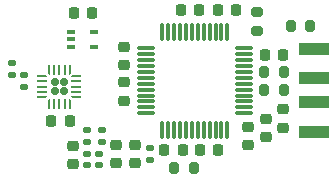
<source format=gbr>
%TF.GenerationSoftware,KiCad,Pcbnew,7.0.6*%
%TF.CreationDate,2023-08-02T13:54:48-07:00*%
%TF.ProjectId,ovrdrive,6f767264-7269-4766-952e-6b696361645f,rev?*%
%TF.SameCoordinates,Original*%
%TF.FileFunction,Paste,Top*%
%TF.FilePolarity,Positive*%
%FSLAX46Y46*%
G04 Gerber Fmt 4.6, Leading zero omitted, Abs format (unit mm)*
G04 Created by KiCad (PCBNEW 7.0.6) date 2023-08-02 13:54:48*
%MOMM*%
%LPD*%
G01*
G04 APERTURE LIST*
G04 Aperture macros list*
%AMRoundRect*
0 Rectangle with rounded corners*
0 $1 Rounding radius*
0 $2 $3 $4 $5 $6 $7 $8 $9 X,Y pos of 4 corners*
0 Add a 4 corners polygon primitive as box body*
4,1,4,$2,$3,$4,$5,$6,$7,$8,$9,$2,$3,0*
0 Add four circle primitives for the rounded corners*
1,1,$1+$1,$2,$3*
1,1,$1+$1,$4,$5*
1,1,$1+$1,$6,$7*
1,1,$1+$1,$8,$9*
0 Add four rect primitives between the rounded corners*
20,1,$1+$1,$2,$3,$4,$5,0*
20,1,$1+$1,$4,$5,$6,$7,0*
20,1,$1+$1,$6,$7,$8,$9,0*
20,1,$1+$1,$8,$9,$2,$3,0*%
%AMFreePoly0*
4,1,14,0.289644,0.110355,0.410355,-0.010356,0.425000,-0.045711,0.425000,-0.075000,0.410355,-0.110355,0.375000,-0.125000,-0.375000,-0.125000,-0.410355,-0.110355,-0.425000,-0.075000,-0.425000,0.075000,-0.410355,0.110355,-0.375000,0.125000,0.254289,0.125000,0.289644,0.110355,0.289644,0.110355,$1*%
%AMFreePoly1*
4,1,14,0.410355,0.110355,0.425000,0.075000,0.425000,0.045711,0.410355,0.010356,0.289644,-0.110355,0.254289,-0.125000,-0.375000,-0.125000,-0.410355,-0.110355,-0.425000,-0.075000,-0.425000,0.075000,-0.410355,0.110355,-0.375000,0.125000,0.375000,0.125000,0.410355,0.110355,0.410355,0.110355,$1*%
%AMFreePoly2*
4,1,14,0.110355,0.410355,0.125000,0.375000,0.125000,-0.375000,0.110355,-0.410355,0.075000,-0.425000,-0.075000,-0.425000,-0.110355,-0.410355,-0.125000,-0.375000,-0.125000,0.254289,-0.110355,0.289644,0.010356,0.410355,0.045711,0.425000,0.075000,0.425000,0.110355,0.410355,0.110355,0.410355,$1*%
%AMFreePoly3*
4,1,14,-0.010356,0.410355,0.110355,0.289644,0.125000,0.254289,0.125000,-0.375000,0.110355,-0.410355,0.075000,-0.425000,-0.075000,-0.425000,-0.110355,-0.410355,-0.125000,-0.375000,-0.125000,0.375000,-0.110355,0.410355,-0.075000,0.425000,-0.045711,0.425000,-0.010356,0.410355,-0.010356,0.410355,$1*%
%AMFreePoly4*
4,1,14,0.410355,0.110355,0.425000,0.075000,0.425000,-0.075000,0.410355,-0.110355,0.375000,-0.125000,-0.254289,-0.125000,-0.289644,-0.110355,-0.410355,0.010356,-0.425000,0.045711,-0.425000,0.075000,-0.410355,0.110355,-0.375000,0.125000,0.375000,0.125000,0.410355,0.110355,0.410355,0.110355,$1*%
%AMFreePoly5*
4,1,14,0.410355,0.110355,0.425000,0.075000,0.425000,-0.075000,0.410355,-0.110355,0.375000,-0.125000,-0.375000,-0.125000,-0.410355,-0.110355,-0.425000,-0.075000,-0.425000,-0.045711,-0.410355,-0.010356,-0.289644,0.110355,-0.254289,0.125000,0.375000,0.125000,0.410355,0.110355,0.410355,0.110355,$1*%
%AMFreePoly6*
4,1,14,0.110355,0.410355,0.125000,0.375000,0.125000,-0.254289,0.110355,-0.289644,-0.010356,-0.410355,-0.045711,-0.425000,-0.075000,-0.425000,-0.110355,-0.410355,-0.125000,-0.375000,-0.125000,0.375000,-0.110355,0.410355,-0.075000,0.425000,0.075000,0.425000,0.110355,0.410355,0.110355,0.410355,$1*%
%AMFreePoly7*
4,1,14,0.110355,0.410355,0.125000,0.375000,0.125000,-0.375000,0.110355,-0.410355,0.075000,-0.425000,0.045711,-0.425000,0.010356,-0.410355,-0.110355,-0.289644,-0.125000,-0.254289,-0.125000,0.375000,-0.110355,0.410355,-0.075000,0.425000,0.075000,0.425000,0.110355,0.410355,0.110355,0.410355,$1*%
G04 Aperture macros list end*
%ADD10RoundRect,0.218750X0.256250X-0.218750X0.256250X0.218750X-0.256250X0.218750X-0.256250X-0.218750X0*%
%ADD11RoundRect,0.225000X0.225000X0.250000X-0.225000X0.250000X-0.225000X-0.250000X0.225000X-0.250000X0*%
%ADD12RoundRect,0.147500X0.172500X-0.147500X0.172500X0.147500X-0.172500X0.147500X-0.172500X-0.147500X0*%
%ADD13RoundRect,0.225000X-0.225000X-0.250000X0.225000X-0.250000X0.225000X0.250000X-0.225000X0.250000X0*%
%ADD14RoundRect,0.200000X0.200000X0.275000X-0.200000X0.275000X-0.200000X-0.275000X0.200000X-0.275000X0*%
%ADD15RoundRect,0.225000X-0.250000X0.225000X-0.250000X-0.225000X0.250000X-0.225000X0.250000X0.225000X0*%
%ADD16RoundRect,0.135000X-0.185000X0.135000X-0.185000X-0.135000X0.185000X-0.135000X0.185000X0.135000X0*%
%ADD17R,2.500000X1.100000*%
%ADD18R,0.650000X0.400000*%
%ADD19RoundRect,0.225000X0.250000X-0.225000X0.250000X0.225000X-0.250000X0.225000X-0.250000X-0.225000X0*%
%ADD20RoundRect,0.200000X-0.275000X0.200000X-0.275000X-0.200000X0.275000X-0.200000X0.275000X0.200000X0*%
%ADD21RoundRect,0.135000X0.185000X-0.135000X0.185000X0.135000X-0.185000X0.135000X-0.185000X-0.135000X0*%
%ADD22RoundRect,0.160000X-0.160000X-0.160000X0.160000X-0.160000X0.160000X0.160000X-0.160000X0.160000X0*%
%ADD23FreePoly0,0.000000*%
%ADD24RoundRect,0.062500X-0.362500X-0.062500X0.362500X-0.062500X0.362500X0.062500X-0.362500X0.062500X0*%
%ADD25FreePoly1,0.000000*%
%ADD26FreePoly2,0.000000*%
%ADD27RoundRect,0.062500X-0.062500X-0.362500X0.062500X-0.362500X0.062500X0.362500X-0.062500X0.362500X0*%
%ADD28FreePoly3,0.000000*%
%ADD29FreePoly4,0.000000*%
%ADD30FreePoly5,0.000000*%
%ADD31FreePoly6,0.000000*%
%ADD32FreePoly7,0.000000*%
%ADD33RoundRect,0.075000X-0.075000X0.662500X-0.075000X-0.662500X0.075000X-0.662500X0.075000X0.662500X0*%
%ADD34RoundRect,0.075000X-0.662500X0.075000X-0.662500X-0.075000X0.662500X-0.075000X0.662500X0.075000X0*%
G04 APERTURE END LIST*
D10*
%TO.C,D1*%
X124200000Y-108812500D03*
X124200000Y-110387500D03*
%TD*%
D11*
%TO.C,C17*%
X129675000Y-97400000D03*
X128125000Y-97400000D03*
%TD*%
D12*
%TO.C,D3*%
X121200000Y-109605000D03*
X121200000Y-110575000D03*
%TD*%
D13*
%TO.C,C7*%
X131225000Y-97400000D03*
X132775000Y-97400000D03*
%TD*%
D11*
%TO.C,C18*%
X120575000Y-97700000D03*
X119025000Y-97700000D03*
%TD*%
D14*
%TO.C,R4*%
X136825000Y-102700000D03*
X135175000Y-102700000D03*
%TD*%
%TO.C,R5*%
X139050000Y-98800000D03*
X137400000Y-98800000D03*
%TD*%
D15*
%TO.C,C6*%
X135300000Y-106625000D03*
X135300000Y-108175000D03*
%TD*%
D16*
%TO.C,R7*%
X114800000Y-102890000D03*
X114800000Y-103910000D03*
%TD*%
D17*
%TO.C,J1*%
X139350000Y-100700000D03*
X139350000Y-103200000D03*
X139350000Y-105200000D03*
X139350000Y-107700000D03*
%TD*%
D15*
%TO.C,C10*%
X123300000Y-105075000D03*
X123300000Y-103525000D03*
%TD*%
D18*
%TO.C,U4*%
X118850000Y-99250000D03*
X118850000Y-99900000D03*
X118850000Y-100550000D03*
X120750000Y-100550000D03*
X120750000Y-99250000D03*
%TD*%
D11*
%TO.C,C8*%
X126725000Y-109300000D03*
X128275000Y-109300000D03*
%TD*%
D19*
%TO.C,C3*%
X119000000Y-108915000D03*
X119000000Y-110465000D03*
%TD*%
D12*
%TO.C,D2*%
X120200000Y-110575000D03*
X120200000Y-109605000D03*
%TD*%
D15*
%TO.C,C9*%
X136800000Y-105825000D03*
X136800000Y-107375000D03*
%TD*%
D16*
%TO.C,R9*%
X125500000Y-110110000D03*
X125500000Y-109090000D03*
%TD*%
D14*
%TO.C,R3*%
X136825000Y-104200000D03*
X135175000Y-104200000D03*
%TD*%
D20*
%TO.C,R10*%
X134600000Y-97575000D03*
X134600000Y-99225000D03*
%TD*%
D19*
%TO.C,C14*%
X122600000Y-110375000D03*
X122600000Y-108825000D03*
%TD*%
D11*
%TO.C,C4*%
X117150000Y-106800000D03*
X118700000Y-106800000D03*
%TD*%
D13*
%TO.C,C12*%
X129725000Y-109300000D03*
X131275000Y-109300000D03*
%TD*%
D21*
%TO.C,R1*%
X120200000Y-108600000D03*
X120200000Y-107580000D03*
%TD*%
%TO.C,R2*%
X121400000Y-108600000D03*
X121400000Y-107580000D03*
%TD*%
D22*
%TO.C,U3*%
X117425000Y-103500000D03*
X117425000Y-104300000D03*
X118225000Y-103500000D03*
X118225000Y-104300000D03*
D23*
X116375000Y-103000000D03*
D24*
X116375000Y-103450000D03*
X116375000Y-103900000D03*
X116375000Y-104350000D03*
D25*
X116375000Y-104800000D03*
D26*
X116925000Y-105350000D03*
D27*
X117375000Y-105350000D03*
X117825000Y-105350000D03*
X118275000Y-105350000D03*
D28*
X118725000Y-105350000D03*
D29*
X119275000Y-104800000D03*
D24*
X119275000Y-104350000D03*
X119275000Y-103900000D03*
X119275000Y-103450000D03*
D30*
X119275000Y-103000000D03*
D31*
X118725000Y-102450000D03*
D27*
X118275000Y-102450000D03*
X117825000Y-102450000D03*
X117375000Y-102450000D03*
D32*
X116925000Y-102450000D03*
%TD*%
D15*
%TO.C,C5*%
X133800000Y-107325000D03*
X133800000Y-108875000D03*
%TD*%
D19*
%TO.C,C11*%
X123300000Y-102075000D03*
X123300000Y-100525000D03*
%TD*%
D13*
%TO.C,C13*%
X135225000Y-101200000D03*
X136775000Y-101200000D03*
%TD*%
D14*
%TO.C,R6*%
X129225000Y-110800000D03*
X127575000Y-110800000D03*
%TD*%
D16*
%TO.C,R8*%
X113800000Y-101890000D03*
X113800000Y-102910000D03*
%TD*%
D33*
%TO.C,U1*%
X132050000Y-99237500D03*
X131550000Y-99237500D03*
X131050000Y-99237500D03*
X130550000Y-99237500D03*
X130050000Y-99237500D03*
X129550000Y-99237500D03*
X129050000Y-99237500D03*
X128550000Y-99237500D03*
X128050000Y-99237500D03*
X127550000Y-99237500D03*
X127050000Y-99237500D03*
X126550000Y-99237500D03*
D34*
X125137500Y-100650000D03*
X125137500Y-101150000D03*
X125137500Y-101650000D03*
X125137500Y-102150000D03*
X125137500Y-102650000D03*
X125137500Y-103150000D03*
X125137500Y-103650000D03*
X125137500Y-104150000D03*
X125137500Y-104650000D03*
X125137500Y-105150000D03*
X125137500Y-105650000D03*
X125137500Y-106150000D03*
D33*
X126550000Y-107562500D03*
X127050000Y-107562500D03*
X127550000Y-107562500D03*
X128050000Y-107562500D03*
X128550000Y-107562500D03*
X129050000Y-107562500D03*
X129550000Y-107562500D03*
X130050000Y-107562500D03*
X130550000Y-107562500D03*
X131050000Y-107562500D03*
X131550000Y-107562500D03*
X132050000Y-107562500D03*
D34*
X133462500Y-106150000D03*
X133462500Y-105650000D03*
X133462500Y-105150000D03*
X133462500Y-104650000D03*
X133462500Y-104150000D03*
X133462500Y-103650000D03*
X133462500Y-103150000D03*
X133462500Y-102650000D03*
X133462500Y-102150000D03*
X133462500Y-101650000D03*
X133462500Y-101150000D03*
X133462500Y-100650000D03*
%TD*%
M02*

</source>
